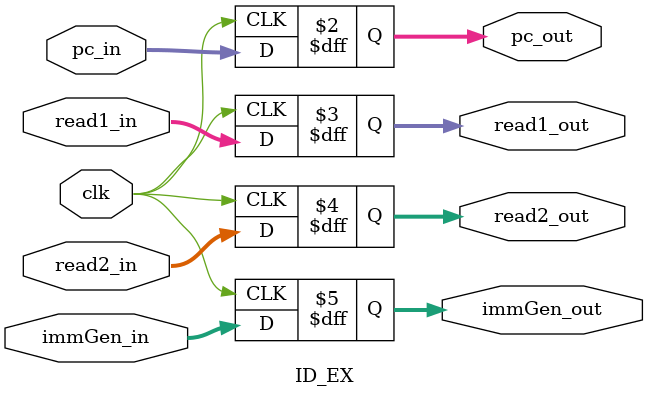
<source format=v>
`timescale 1ns / 1ps


module ID_EX(clk, pc_in, pc_out, read1_in, read1_out, read2_in, read2_out, immGen_in, immGen_out);

input clk;
input [7:0] pc_in;
input [31:0] read1_in;
input [31:0] read2_in;
input [63:0] immGen_in;

output reg [7:0] pc_out;
output reg [31:0] read1_out;
output reg [31:0] read2_out;
output reg [63:0] immGen_out;

always@(posedge clk)
begin
    pc_out = pc_in;
    read1_out = read1_in;
    read2_out = read2_in;
    immGen_out = immGen_in;
end

endmodule

</source>
